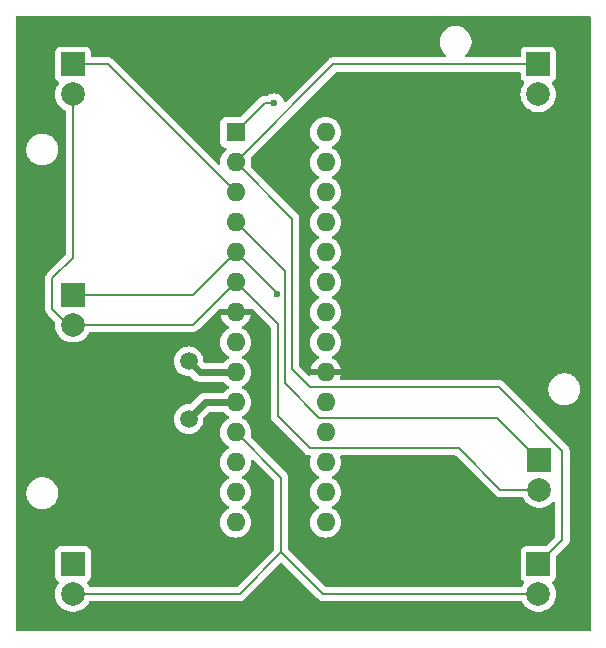
<source format=gbr>
%TF.GenerationSoftware,KiCad,Pcbnew,8.0.7*%
%TF.CreationDate,2024-12-23T09:54:04+01:00*%
%TF.ProjectId,circuit,63697263-7569-4742-9e6b-696361645f70,rev?*%
%TF.SameCoordinates,Original*%
%TF.FileFunction,Copper,L2,Bot*%
%TF.FilePolarity,Positive*%
%FSLAX46Y46*%
G04 Gerber Fmt 4.6, Leading zero omitted, Abs format (unit mm)*
G04 Created by KiCad (PCBNEW 8.0.7) date 2024-12-23 09:54:04*
%MOMM*%
%LPD*%
G01*
G04 APERTURE LIST*
%TA.AperFunction,ComponentPad*%
%ADD10R,2.000000X2.000000*%
%TD*%
%TA.AperFunction,ComponentPad*%
%ADD11C,2.000000*%
%TD*%
%TA.AperFunction,ComponentPad*%
%ADD12R,1.600000X1.600000*%
%TD*%
%TA.AperFunction,ComponentPad*%
%ADD13O,1.600000X1.600000*%
%TD*%
%TA.AperFunction,ComponentPad*%
%ADD14C,1.500000*%
%TD*%
%TA.AperFunction,ViaPad*%
%ADD15C,0.600000*%
%TD*%
%TA.AperFunction,Conductor*%
%ADD16C,0.600000*%
%TD*%
%TA.AperFunction,Conductor*%
%ADD17C,0.200000*%
%TD*%
G04 APERTURE END LIST*
D10*
%TO.P,J1.1.3,1,Pin_1*%
%TO.N,/L1*%
X254750000Y-89300000D03*
D11*
%TO.P,J1.1.3,2,Pin_2*%
%TO.N,/R2*%
X254750000Y-91840000D03*
%TD*%
D10*
%TO.P,J1.1.1,1,Pin_1*%
%TO.N,/L1*%
X254750000Y-47000000D03*
D11*
%TO.P,J1.1.1,2,Pin_2*%
%TO.N,/R1*%
X254750000Y-49540000D03*
%TD*%
D10*
%TO.P,J1.1.2,1,Pin_1*%
%TO.N,/L2*%
X215350000Y-47000000D03*
D11*
%TO.P,J1.1.2,2,Pin_2*%
%TO.N,/R1*%
X215350000Y-49540000D03*
%TD*%
D10*
%TO.P,J1.2.2,1,Pin_1*%
%TO.N,/L4*%
X215350000Y-66500000D03*
D11*
%TO.P,J1.2.2,2,Pin_2*%
%TO.N,/R1*%
X215350000Y-69040000D03*
%TD*%
D12*
%TO.P,U1,1,~{RESET}/PC6*%
%TO.N,/RESET*%
X229130000Y-52740000D03*
D13*
%TO.P,U1,2,PD0*%
%TO.N,/L1*%
X229130000Y-55280000D03*
%TO.P,U1,3,PD1*%
%TO.N,/L2*%
X229130000Y-57820000D03*
%TO.P,U1,4,PD2*%
%TO.N,/L3*%
X229130000Y-60360000D03*
%TO.P,U1,5,PD3*%
%TO.N,/L4*%
X229130000Y-62900000D03*
%TO.P,U1,6,PD4*%
%TO.N,/R1*%
X229130000Y-65440000D03*
%TO.P,U1,7,VCC*%
%TO.N,+5V*%
X229130000Y-67980000D03*
%TO.P,U1,8,GND*%
%TO.N,GND*%
X229130000Y-70520000D03*
%TO.P,U1,9,XTAL1/PB6*%
%TO.N,/XTAL1*%
X229130000Y-73060000D03*
%TO.P,U1,10,XTAL2/PB7*%
%TO.N,/XTAL2*%
X229130000Y-75600000D03*
%TO.P,U1,11,PD5*%
%TO.N,/R2*%
X229130000Y-78140000D03*
%TO.P,U1,12,PD6*%
%TO.N,/R3*%
X229130000Y-80680000D03*
%TO.P,U1,13,PD7*%
%TO.N,/R4*%
X229130000Y-83220000D03*
%TO.P,U1,14,PB0*%
%TO.N,unconnected-(U1-PB0-Pad14)*%
X229130000Y-85760000D03*
%TO.P,U1,15,PB1*%
%TO.N,unconnected-(U1-PB1-Pad15)*%
X236750000Y-85760000D03*
%TO.P,U1,16,PB2*%
%TO.N,unconnected-(U1-PB2-Pad16)*%
X236750000Y-83220000D03*
%TO.P,U1,17,PB3*%
%TO.N,/MOSI*%
X236750000Y-80680000D03*
%TO.P,U1,18,PB4*%
%TO.N,/MISO*%
X236750000Y-78140000D03*
%TO.P,U1,19,PB5*%
%TO.N,/SCK*%
X236750000Y-75600000D03*
%TO.P,U1,20,AVCC*%
%TO.N,+5V*%
X236750000Y-73060000D03*
%TO.P,U1,21,AREF*%
%TO.N,unconnected-(U1-AREF-Pad21)*%
X236750000Y-70520000D03*
%TO.P,U1,22,GND*%
%TO.N,GND*%
X236750000Y-67980000D03*
%TO.P,U1,23,PC0*%
%TO.N,unconnected-(U1-PC0-Pad23)*%
X236750000Y-65440000D03*
%TO.P,U1,24,PC1*%
%TO.N,unconnected-(U1-PC1-Pad24)*%
X236750000Y-62900000D03*
%TO.P,U1,25,PC2*%
%TO.N,unconnected-(U1-PC2-Pad25)*%
X236750000Y-60360000D03*
%TO.P,U1,26,PC3*%
%TO.N,unconnected-(U1-PC3-Pad26)*%
X236750000Y-57820000D03*
%TO.P,U1,27,PC4*%
%TO.N,/SDA*%
X236750000Y-55280000D03*
%TO.P,U1,28,PC5*%
%TO.N,/SCL*%
X236750000Y-52740000D03*
%TD*%
D14*
%TO.P,Y1,1,1*%
%TO.N,/XTAL1*%
X225150000Y-72125000D03*
%TO.P,Y1,2,2*%
%TO.N,/XTAL2*%
X225150000Y-77025000D03*
%TD*%
D10*
%TO.P,J1.2.1,1,Pin_1*%
%TO.N,/L3*%
X254850000Y-80500000D03*
D11*
%TO.P,J1.2.1,2,Pin_2*%
%TO.N,/R1*%
X254850000Y-83040000D03*
%TD*%
D10*
%TO.P,J1.1.4,1,Pin_1*%
%TO.N,/L2*%
X215350000Y-89300000D03*
D11*
%TO.P,J1.1.4,2,Pin_2*%
%TO.N,/R2*%
X215350000Y-91840000D03*
%TD*%
D15*
%TO.N,+5V*%
X240920000Y-60900000D03*
X241300000Y-85400000D03*
%TO.N,/RESET*%
X232400000Y-50250000D03*
%TO.N,/L4*%
X232600000Y-66400000D03*
%TD*%
D16*
%TO.N,/XTAL1*%
X226085000Y-73060000D02*
X225150000Y-72125000D01*
X229130000Y-73060000D02*
X226085000Y-73060000D01*
%TO.N,/XTAL2*%
X229130000Y-75600000D02*
X226575000Y-75600000D01*
X226575000Y-75600000D02*
X225150000Y-77025000D01*
D17*
%TO.N,/RESET*%
X232400000Y-50250000D02*
X231620000Y-50250000D01*
X231620000Y-50250000D02*
X229130000Y-52740000D01*
%TO.N,/L3*%
X236200000Y-76900000D02*
X251250000Y-76900000D01*
X229130000Y-60360000D02*
X233300000Y-64530000D01*
X251250000Y-76900000D02*
X254850000Y-80500000D01*
X233300000Y-64530000D02*
X233300000Y-74000000D01*
X233300000Y-74000000D02*
X236200000Y-76900000D01*
%TO.N,/L1*%
X254750000Y-47000000D02*
X237400000Y-47000000D01*
X233900000Y-60050000D02*
X229130000Y-55280000D01*
X235400000Y-74300000D02*
X233900000Y-72800000D01*
X256800000Y-87250000D02*
X256800000Y-79700000D01*
X254750000Y-89300000D02*
X256800000Y-87250000D01*
X251400000Y-74300000D02*
X235400000Y-74300000D01*
X237400000Y-47000000D02*
X229130000Y-55270000D01*
X229130000Y-55270000D02*
X229130000Y-55280000D01*
X256800000Y-79700000D02*
X251400000Y-74300000D01*
X233900000Y-72800000D02*
X233900000Y-60050000D01*
%TO.N,/L2*%
X218310000Y-47000000D02*
X229130000Y-57820000D01*
X215350000Y-47000000D02*
X218310000Y-47000000D01*
%TO.N,/R1*%
X232700000Y-76800000D02*
X232700000Y-69010000D01*
X254850000Y-83040000D02*
X251540000Y-83040000D01*
X248000000Y-79500000D02*
X235400000Y-79500000D01*
X251540000Y-83040000D02*
X248000000Y-79500000D01*
X232700000Y-69010000D02*
X229130000Y-65440000D01*
X214940000Y-69040000D02*
X215350000Y-69040000D01*
X213600000Y-67700000D02*
X214940000Y-69040000D01*
X215350000Y-63350000D02*
X213600000Y-65100000D01*
X213600000Y-65100000D02*
X213600000Y-67700000D01*
X225530000Y-69040000D02*
X229130000Y-65440000D01*
X235400000Y-79500000D02*
X232700000Y-76800000D01*
X215350000Y-69040000D02*
X225530000Y-69040000D01*
X215350000Y-49540000D02*
X215350000Y-63350000D01*
%TO.N,/R2*%
X254750000Y-91840000D02*
X236540000Y-91840000D01*
X215350000Y-91840000D02*
X229460000Y-91840000D01*
X229460000Y-91840000D02*
X233000000Y-88300000D01*
X236540000Y-91840000D02*
X233000000Y-88300000D01*
X233000000Y-88300000D02*
X233000000Y-82010000D01*
X233000000Y-82010000D02*
X229130000Y-78140000D01*
%TO.N,/L4*%
X232600000Y-66370000D02*
X229130000Y-62900000D01*
X215350000Y-66500000D02*
X225530000Y-66500000D01*
X225530000Y-66500000D02*
X229130000Y-62900000D01*
X232600000Y-66400000D02*
X232600000Y-66370000D01*
%TD*%
%TA.AperFunction,Conductor*%
%TO.N,+5V*%
G36*
X230579143Y-67738378D02*
G01*
X232063181Y-69222416D01*
X232096666Y-69283739D01*
X232099500Y-69310097D01*
X232099500Y-76713330D01*
X232099499Y-76713348D01*
X232099499Y-76879054D01*
X232099498Y-76879054D01*
X232140423Y-77031785D01*
X232169358Y-77081900D01*
X232169359Y-77081904D01*
X232169360Y-77081904D01*
X232219479Y-77168714D01*
X232219481Y-77168717D01*
X232338349Y-77287585D01*
X232338354Y-77287589D01*
X235031284Y-79980520D01*
X235031286Y-79980521D01*
X235031290Y-79980524D01*
X235112249Y-80027265D01*
X235168216Y-80059577D01*
X235320943Y-80100501D01*
X235320945Y-80100501D01*
X235397299Y-80100501D01*
X235464338Y-80120186D01*
X235510093Y-80172990D01*
X235520037Y-80242148D01*
X235517074Y-80256594D01*
X235464366Y-80453302D01*
X235464364Y-80453313D01*
X235444532Y-80679998D01*
X235444532Y-80680001D01*
X235464364Y-80906686D01*
X235464366Y-80906697D01*
X235523258Y-81126488D01*
X235523261Y-81126497D01*
X235619431Y-81332732D01*
X235619432Y-81332734D01*
X235749954Y-81519141D01*
X235910858Y-81680045D01*
X235910861Y-81680047D01*
X236097266Y-81810568D01*
X236155275Y-81837618D01*
X236207714Y-81883791D01*
X236226866Y-81950984D01*
X236206650Y-82017865D01*
X236155275Y-82062381D01*
X236138272Y-82070310D01*
X236097267Y-82089431D01*
X236097265Y-82089432D01*
X235910858Y-82219954D01*
X235749954Y-82380858D01*
X235619432Y-82567265D01*
X235619431Y-82567267D01*
X235523261Y-82773502D01*
X235523258Y-82773511D01*
X235464366Y-82993302D01*
X235464364Y-82993313D01*
X235444532Y-83219998D01*
X235444532Y-83220001D01*
X235464364Y-83446686D01*
X235464366Y-83446697D01*
X235523258Y-83666488D01*
X235523261Y-83666497D01*
X235619431Y-83872732D01*
X235619432Y-83872734D01*
X235749954Y-84059141D01*
X235910858Y-84220045D01*
X235910861Y-84220047D01*
X236097266Y-84350568D01*
X236155275Y-84377618D01*
X236207714Y-84423791D01*
X236226866Y-84490984D01*
X236206650Y-84557865D01*
X236155275Y-84602382D01*
X236097267Y-84629431D01*
X236097265Y-84629432D01*
X235910858Y-84759954D01*
X235749954Y-84920858D01*
X235619432Y-85107265D01*
X235619431Y-85107267D01*
X235523261Y-85313502D01*
X235523258Y-85313511D01*
X235464366Y-85533302D01*
X235464364Y-85533313D01*
X235444532Y-85759998D01*
X235444532Y-85760001D01*
X235464364Y-85986686D01*
X235464366Y-85986697D01*
X235523258Y-86206488D01*
X235523261Y-86206497D01*
X235619431Y-86412732D01*
X235619432Y-86412734D01*
X235749954Y-86599141D01*
X235910858Y-86760045D01*
X235910861Y-86760047D01*
X236097266Y-86890568D01*
X236303504Y-86986739D01*
X236523308Y-87045635D01*
X236685230Y-87059801D01*
X236749998Y-87065468D01*
X236750000Y-87065468D01*
X236750002Y-87065468D01*
X236806673Y-87060509D01*
X236976692Y-87045635D01*
X237196496Y-86986739D01*
X237402734Y-86890568D01*
X237589139Y-86760047D01*
X237750047Y-86599139D01*
X237880568Y-86412734D01*
X237976739Y-86206496D01*
X238035635Y-85986692D01*
X238055468Y-85760000D01*
X238035635Y-85533308D01*
X237976739Y-85313504D01*
X237880568Y-85107266D01*
X237750047Y-84920861D01*
X237750045Y-84920858D01*
X237589141Y-84759954D01*
X237402734Y-84629432D01*
X237402728Y-84629429D01*
X237344725Y-84602382D01*
X237292285Y-84556210D01*
X237273133Y-84489017D01*
X237293348Y-84422135D01*
X237344725Y-84377618D01*
X237402734Y-84350568D01*
X237589139Y-84220047D01*
X237750047Y-84059139D01*
X237880568Y-83872734D01*
X237976739Y-83666496D01*
X238035635Y-83446692D01*
X238055468Y-83220000D01*
X238035635Y-82993308D01*
X237976739Y-82773504D01*
X237880568Y-82567266D01*
X237776609Y-82418796D01*
X237750045Y-82380858D01*
X237589141Y-82219954D01*
X237402734Y-82089432D01*
X237402728Y-82089429D01*
X237375038Y-82076517D01*
X237344724Y-82062381D01*
X237292285Y-82016210D01*
X237273133Y-81949017D01*
X237293348Y-81882135D01*
X237344725Y-81837618D01*
X237402734Y-81810568D01*
X237589139Y-81680047D01*
X237750047Y-81519139D01*
X237880568Y-81332734D01*
X237976739Y-81126496D01*
X238035635Y-80906692D01*
X238055468Y-80680000D01*
X238035635Y-80453308D01*
X237982926Y-80256593D01*
X237984589Y-80186743D01*
X238023752Y-80128881D01*
X238087980Y-80101377D01*
X238102701Y-80100500D01*
X247699903Y-80100500D01*
X247766942Y-80120185D01*
X247787584Y-80136819D01*
X251055139Y-83404374D01*
X251055149Y-83404385D01*
X251059479Y-83408715D01*
X251059480Y-83408716D01*
X251171284Y-83520520D01*
X251258095Y-83570639D01*
X251258097Y-83570641D01*
X251296151Y-83592611D01*
X251308215Y-83599577D01*
X251460943Y-83640501D01*
X251460946Y-83640501D01*
X251626653Y-83640501D01*
X251626669Y-83640500D01*
X253393884Y-83640500D01*
X253460923Y-83660185D01*
X253506678Y-83712989D01*
X253507440Y-83714689D01*
X253525827Y-83756608D01*
X253661833Y-83964782D01*
X253661836Y-83964785D01*
X253830256Y-84147738D01*
X254026491Y-84300474D01*
X254245190Y-84418828D01*
X254480386Y-84499571D01*
X254725665Y-84540500D01*
X254974335Y-84540500D01*
X255219614Y-84499571D01*
X255454810Y-84418828D01*
X255673509Y-84300474D01*
X255869744Y-84147738D01*
X255984271Y-84023328D01*
X256044157Y-83987339D01*
X256113995Y-83989439D01*
X256171611Y-84028963D01*
X256198713Y-84093362D01*
X256199500Y-84107312D01*
X256199500Y-86949902D01*
X256179815Y-87016941D01*
X256163181Y-87037583D01*
X255437582Y-87763181D01*
X255376259Y-87796666D01*
X255349901Y-87799500D01*
X253702129Y-87799500D01*
X253702123Y-87799501D01*
X253642516Y-87805908D01*
X253507671Y-87856202D01*
X253507664Y-87856206D01*
X253392455Y-87942452D01*
X253392452Y-87942455D01*
X253306206Y-88057664D01*
X253306202Y-88057671D01*
X253255908Y-88192517D01*
X253249501Y-88252116D01*
X253249501Y-88252123D01*
X253249500Y-88252135D01*
X253249500Y-90347870D01*
X253249501Y-90347876D01*
X253255908Y-90407483D01*
X253306202Y-90542328D01*
X253306206Y-90542335D01*
X253392452Y-90657544D01*
X253392455Y-90657547D01*
X253507664Y-90743793D01*
X253512361Y-90746358D01*
X253561766Y-90795764D01*
X253576617Y-90864037D01*
X253556742Y-90923011D01*
X253425827Y-91123391D01*
X253407440Y-91165311D01*
X253362483Y-91218796D01*
X253295747Y-91239486D01*
X253293884Y-91239500D01*
X236840097Y-91239500D01*
X236773058Y-91219815D01*
X236752416Y-91203181D01*
X233636819Y-88087584D01*
X233603334Y-88026261D01*
X233600500Y-87999903D01*
X233600500Y-81930945D01*
X233600500Y-81930943D01*
X233559577Y-81778216D01*
X233502900Y-81680047D01*
X233480524Y-81641290D01*
X233480521Y-81641286D01*
X233480520Y-81641284D01*
X233368716Y-81529480D01*
X233368715Y-81529479D01*
X233364385Y-81525149D01*
X233364374Y-81525139D01*
X230421941Y-78582706D01*
X230388456Y-78521383D01*
X230389847Y-78462931D01*
X230407872Y-78395662D01*
X230415635Y-78366692D01*
X230435468Y-78140000D01*
X230415635Y-77913308D01*
X230356739Y-77693504D01*
X230260568Y-77487266D01*
X230130047Y-77300861D01*
X230130045Y-77300858D01*
X229969141Y-77139954D01*
X229782734Y-77009432D01*
X229782728Y-77009429D01*
X229724725Y-76982382D01*
X229672285Y-76936210D01*
X229653133Y-76869017D01*
X229673348Y-76802135D01*
X229724725Y-76757618D01*
X229782734Y-76730568D01*
X229969139Y-76600047D01*
X230130047Y-76439139D01*
X230260568Y-76252734D01*
X230356739Y-76046496D01*
X230415635Y-75826692D01*
X230435468Y-75600000D01*
X230415635Y-75373308D01*
X230356739Y-75153504D01*
X230260568Y-74947266D01*
X230143812Y-74780520D01*
X230130045Y-74760858D01*
X229969141Y-74599954D01*
X229782734Y-74469432D01*
X229782728Y-74469429D01*
X229724725Y-74442382D01*
X229672285Y-74396210D01*
X229653133Y-74329017D01*
X229673348Y-74262135D01*
X229724725Y-74217618D01*
X229782734Y-74190568D01*
X229969139Y-74060047D01*
X230130047Y-73899139D01*
X230260568Y-73712734D01*
X230356739Y-73506496D01*
X230415635Y-73286692D01*
X230435468Y-73060000D01*
X230415635Y-72833308D01*
X230356739Y-72613504D01*
X230260568Y-72407266D01*
X230142249Y-72238287D01*
X230130045Y-72220858D01*
X229969141Y-72059954D01*
X229782734Y-71929432D01*
X229782728Y-71929429D01*
X229734678Y-71907023D01*
X229724724Y-71902381D01*
X229672285Y-71856210D01*
X229653133Y-71789017D01*
X229673348Y-71722135D01*
X229724725Y-71677618D01*
X229782734Y-71650568D01*
X229969139Y-71520047D01*
X230130047Y-71359139D01*
X230260568Y-71172734D01*
X230356739Y-70966496D01*
X230415635Y-70746692D01*
X230432634Y-70552384D01*
X230435468Y-70520001D01*
X230435468Y-70519998D01*
X230426617Y-70418830D01*
X230415635Y-70293308D01*
X230356739Y-70073504D01*
X230260568Y-69867266D01*
X230130047Y-69680861D01*
X230130045Y-69680858D01*
X229969141Y-69519954D01*
X229782734Y-69389432D01*
X229782732Y-69389431D01*
X229724725Y-69362382D01*
X229724132Y-69362105D01*
X229671694Y-69315934D01*
X229652542Y-69248740D01*
X229672758Y-69181859D01*
X229724134Y-69137341D01*
X229782484Y-69110132D01*
X229968820Y-68979657D01*
X230129657Y-68818820D01*
X230260134Y-68632482D01*
X230356265Y-68426326D01*
X230356269Y-68426317D01*
X230408872Y-68230000D01*
X229445686Y-68230000D01*
X229450080Y-68225606D01*
X229502741Y-68134394D01*
X229530000Y-68032661D01*
X229530000Y-67927339D01*
X229502741Y-67825606D01*
X229450080Y-67734394D01*
X229445686Y-67730000D01*
X230421260Y-67730000D01*
X230449514Y-67709370D01*
X230519260Y-67705215D01*
X230579143Y-67738378D01*
G37*
%TD.AperFunction*%
%TA.AperFunction,Conductor*%
G36*
X259142539Y-42920185D02*
G01*
X259188294Y-42972989D01*
X259199500Y-43024500D01*
X259199500Y-94875500D01*
X259179815Y-94942539D01*
X259127011Y-94988294D01*
X259075500Y-94999500D01*
X210624500Y-94999500D01*
X210557461Y-94979815D01*
X210511706Y-94927011D01*
X210500500Y-94875500D01*
X210500500Y-83193713D01*
X211399500Y-83193713D01*
X211399500Y-83406287D01*
X211432754Y-83616243D01*
X211478361Y-83756607D01*
X211498444Y-83818414D01*
X211594951Y-84007820D01*
X211719890Y-84179786D01*
X211870213Y-84330109D01*
X212042179Y-84455048D01*
X212042181Y-84455049D01*
X212042184Y-84455051D01*
X212231588Y-84551557D01*
X212433757Y-84617246D01*
X212643713Y-84650500D01*
X212643714Y-84650500D01*
X212856286Y-84650500D01*
X212856287Y-84650500D01*
X213066243Y-84617246D01*
X213268412Y-84551557D01*
X213457816Y-84455051D01*
X213507673Y-84418828D01*
X213629786Y-84330109D01*
X213629788Y-84330106D01*
X213629792Y-84330104D01*
X213780104Y-84179792D01*
X213780106Y-84179788D01*
X213780109Y-84179786D01*
X213905048Y-84007820D01*
X213905047Y-84007820D01*
X213905051Y-84007816D01*
X214001557Y-83818412D01*
X214067246Y-83616243D01*
X214100500Y-83406287D01*
X214100500Y-83193713D01*
X214067246Y-82983757D01*
X214001557Y-82781588D01*
X213905051Y-82592184D01*
X213905049Y-82592181D01*
X213905048Y-82592179D01*
X213780109Y-82420213D01*
X213629786Y-82269890D01*
X213457820Y-82144951D01*
X213268414Y-82048444D01*
X213268413Y-82048443D01*
X213268412Y-82048443D01*
X213066243Y-81982754D01*
X213066241Y-81982753D01*
X213066240Y-81982753D01*
X212904957Y-81957208D01*
X212856287Y-81949500D01*
X212643713Y-81949500D01*
X212595042Y-81957208D01*
X212433760Y-81982753D01*
X212231585Y-82048444D01*
X212042179Y-82144951D01*
X211870213Y-82269890D01*
X211719890Y-82420213D01*
X211594951Y-82592179D01*
X211498444Y-82781585D01*
X211432753Y-82983760D01*
X211431242Y-82993302D01*
X211399500Y-83193713D01*
X210500500Y-83193713D01*
X210500500Y-67779054D01*
X212999498Y-67779054D01*
X212999499Y-67779057D01*
X213040423Y-67931785D01*
X213047354Y-67943790D01*
X213047356Y-67943797D01*
X213047358Y-67943797D01*
X213119475Y-68068709D01*
X213119481Y-68068717D01*
X213238349Y-68187585D01*
X213238355Y-68187590D01*
X213822570Y-68771805D01*
X213856055Y-68833128D01*
X213858466Y-68869725D01*
X213844357Y-69040005D01*
X213864890Y-69287812D01*
X213864892Y-69287824D01*
X213925936Y-69528881D01*
X214025826Y-69756606D01*
X214161833Y-69964782D01*
X214161836Y-69964785D01*
X214330256Y-70147738D01*
X214526491Y-70300474D01*
X214745190Y-70418828D01*
X214980386Y-70499571D01*
X215225665Y-70540500D01*
X215474335Y-70540500D01*
X215719614Y-70499571D01*
X215954810Y-70418828D01*
X216173509Y-70300474D01*
X216369744Y-70147738D01*
X216538164Y-69964785D01*
X216674173Y-69756607D01*
X216692560Y-69714689D01*
X216737517Y-69661204D01*
X216804253Y-69640514D01*
X216806116Y-69640500D01*
X225443331Y-69640500D01*
X225443347Y-69640501D01*
X225450943Y-69640501D01*
X225609054Y-69640501D01*
X225609057Y-69640501D01*
X225761785Y-69599577D01*
X225813748Y-69569576D01*
X225813749Y-69569576D01*
X225898709Y-69520524D01*
X225898708Y-69520524D01*
X225898716Y-69520520D01*
X226010520Y-69408716D01*
X226010520Y-69408714D01*
X226020724Y-69398511D01*
X226020728Y-69398506D01*
X227680860Y-67738373D01*
X227742179Y-67704891D01*
X227811871Y-67709875D01*
X227839090Y-67730000D01*
X228814314Y-67730000D01*
X228809920Y-67734394D01*
X228757259Y-67825606D01*
X228730000Y-67927339D01*
X228730000Y-68032661D01*
X228757259Y-68134394D01*
X228809920Y-68225606D01*
X228814314Y-68230000D01*
X227851128Y-68230000D01*
X227903730Y-68426317D01*
X227903734Y-68426326D01*
X227999865Y-68632482D01*
X228130342Y-68818820D01*
X228291179Y-68979657D01*
X228477518Y-69110134D01*
X228477520Y-69110135D01*
X228535865Y-69137342D01*
X228588305Y-69183514D01*
X228607457Y-69250707D01*
X228587242Y-69317589D01*
X228535867Y-69362105D01*
X228477268Y-69389431D01*
X228477264Y-69389433D01*
X228290858Y-69519954D01*
X228129954Y-69680858D01*
X227999432Y-69867265D01*
X227999431Y-69867267D01*
X227903261Y-70073502D01*
X227903258Y-70073511D01*
X227844366Y-70293302D01*
X227844364Y-70293313D01*
X227824532Y-70519998D01*
X227824532Y-70520001D01*
X227844364Y-70746686D01*
X227844366Y-70746697D01*
X227903258Y-70966488D01*
X227903261Y-70966497D01*
X227999431Y-71172732D01*
X227999432Y-71172734D01*
X228129954Y-71359141D01*
X228290858Y-71520045D01*
X228290861Y-71520047D01*
X228477266Y-71650568D01*
X228535275Y-71677618D01*
X228587714Y-71723791D01*
X228606866Y-71790984D01*
X228586650Y-71857865D01*
X228535275Y-71902381D01*
X228525322Y-71907023D01*
X228477267Y-71929431D01*
X228477265Y-71929432D01*
X228290858Y-72059954D01*
X228127632Y-72223181D01*
X228066309Y-72256666D01*
X228039951Y-72259500D01*
X226528832Y-72259500D01*
X226461793Y-72239815D01*
X226416038Y-72187011D01*
X226406290Y-72130415D01*
X226405277Y-72130415D01*
X226405277Y-72124997D01*
X226399586Y-72059953D01*
X226386207Y-71907023D01*
X226343259Y-71746739D01*
X226329577Y-71695677D01*
X226329576Y-71695676D01*
X226329575Y-71695670D01*
X226237102Y-71497362D01*
X226237100Y-71497359D01*
X226237099Y-71497357D01*
X226111599Y-71318124D01*
X226111596Y-71318121D01*
X225956877Y-71163402D01*
X225777639Y-71037898D01*
X225777640Y-71037898D01*
X225777638Y-71037897D01*
X225678484Y-70991661D01*
X225579330Y-70945425D01*
X225579326Y-70945424D01*
X225579322Y-70945422D01*
X225367977Y-70888793D01*
X225150002Y-70869723D01*
X225149998Y-70869723D01*
X225004682Y-70882436D01*
X224932023Y-70888793D01*
X224932020Y-70888793D01*
X224720677Y-70945422D01*
X224720668Y-70945426D01*
X224522361Y-71037898D01*
X224522357Y-71037900D01*
X224343121Y-71163402D01*
X224188402Y-71318121D01*
X224062900Y-71497357D01*
X224062898Y-71497361D01*
X223970426Y-71695668D01*
X223970422Y-71695677D01*
X223913793Y-71907020D01*
X223913793Y-71907023D01*
X223909025Y-71961517D01*
X223894723Y-72124997D01*
X223894723Y-72125002D01*
X223913793Y-72342975D01*
X223913793Y-72342979D01*
X223970422Y-72554322D01*
X223970424Y-72554326D01*
X223970425Y-72554330D01*
X224016661Y-72653484D01*
X224062897Y-72752638D01*
X224062898Y-72752639D01*
X224188402Y-72931877D01*
X224343123Y-73086598D01*
X224522361Y-73212102D01*
X224720670Y-73304575D01*
X224720676Y-73304576D01*
X224720677Y-73304577D01*
X224740916Y-73310000D01*
X224932023Y-73361207D01*
X225114926Y-73377208D01*
X225149998Y-73380277D01*
X225149999Y-73380277D01*
X225149999Y-73380276D01*
X225150000Y-73380277D01*
X225205685Y-73375404D01*
X225274182Y-73389169D01*
X225304173Y-73411251D01*
X225574707Y-73681786D01*
X225574711Y-73681789D01*
X225705814Y-73769390D01*
X225705818Y-73769392D01*
X225705821Y-73769394D01*
X225851503Y-73829738D01*
X226006153Y-73860499D01*
X226006157Y-73860500D01*
X226006158Y-73860500D01*
X228039951Y-73860500D01*
X228106990Y-73880185D01*
X228127632Y-73896819D01*
X228290858Y-74060045D01*
X228290861Y-74060047D01*
X228477266Y-74190568D01*
X228535275Y-74217618D01*
X228587714Y-74263791D01*
X228606866Y-74330984D01*
X228586650Y-74397865D01*
X228535275Y-74442382D01*
X228477267Y-74469431D01*
X228477265Y-74469432D01*
X228290858Y-74599954D01*
X228127632Y-74763181D01*
X228066309Y-74796666D01*
X228039951Y-74799500D01*
X226496155Y-74799500D01*
X226341508Y-74830261D01*
X226341498Y-74830264D01*
X226195827Y-74890602D01*
X226195814Y-74890609D01*
X226064712Y-74978209D01*
X226035095Y-75007827D01*
X225953211Y-75089711D01*
X225953209Y-75089713D01*
X225304174Y-75738747D01*
X225242851Y-75772232D01*
X225205687Y-75774594D01*
X225150004Y-75769723D01*
X225149998Y-75769723D01*
X225004682Y-75782436D01*
X224932023Y-75788793D01*
X224932020Y-75788793D01*
X224720677Y-75845422D01*
X224720668Y-75845426D01*
X224522361Y-75937898D01*
X224522357Y-75937900D01*
X224343121Y-76063402D01*
X224188402Y-76218121D01*
X224062900Y-76397357D01*
X224062898Y-76397361D01*
X223970426Y-76595668D01*
X223970422Y-76595677D01*
X223913793Y-76807020D01*
X223913793Y-76807024D01*
X223894723Y-77024997D01*
X223894723Y-77025002D01*
X223913793Y-77242975D01*
X223913793Y-77242979D01*
X223970422Y-77454322D01*
X223970424Y-77454326D01*
X223970425Y-77454330D01*
X224001134Y-77520185D01*
X224062897Y-77652638D01*
X224062898Y-77652639D01*
X224188402Y-77831877D01*
X224343123Y-77986598D01*
X224522361Y-78112102D01*
X224720670Y-78204575D01*
X224932023Y-78261207D01*
X225114926Y-78277208D01*
X225149998Y-78280277D01*
X225150000Y-78280277D01*
X225150002Y-78280277D01*
X225178254Y-78277805D01*
X225367977Y-78261207D01*
X225579330Y-78204575D01*
X225777639Y-78112102D01*
X225956877Y-77986598D01*
X226111598Y-77831877D01*
X226237102Y-77652639D01*
X226329575Y-77454330D01*
X226386207Y-77242977D01*
X226402805Y-77053254D01*
X226405277Y-77025002D01*
X226403915Y-77009432D01*
X226400404Y-76969311D01*
X226414170Y-76900814D01*
X226436247Y-76870828D01*
X226870258Y-76436819D01*
X226931581Y-76403334D01*
X226957939Y-76400500D01*
X228039951Y-76400500D01*
X228106990Y-76420185D01*
X228127632Y-76436819D01*
X228290858Y-76600045D01*
X228290861Y-76600047D01*
X228477266Y-76730568D01*
X228535275Y-76757618D01*
X228587714Y-76803791D01*
X228606866Y-76870984D01*
X228586650Y-76937865D01*
X228535275Y-76982382D01*
X228477267Y-77009431D01*
X228477265Y-77009432D01*
X228290858Y-77139954D01*
X228129954Y-77300858D01*
X227999432Y-77487265D01*
X227999431Y-77487267D01*
X227903261Y-77693502D01*
X227903258Y-77693511D01*
X227844366Y-77913302D01*
X227844364Y-77913313D01*
X227824532Y-78139998D01*
X227824532Y-78140001D01*
X227844364Y-78366686D01*
X227844366Y-78366697D01*
X227903258Y-78586488D01*
X227903261Y-78586497D01*
X227999431Y-78792732D01*
X227999432Y-78792734D01*
X228129954Y-78979141D01*
X228290858Y-79140045D01*
X228290861Y-79140047D01*
X228477266Y-79270568D01*
X228535275Y-79297618D01*
X228587714Y-79343791D01*
X228606866Y-79410984D01*
X228586650Y-79477865D01*
X228535275Y-79522382D01*
X228477267Y-79549431D01*
X228477265Y-79549432D01*
X228290858Y-79679954D01*
X228129954Y-79840858D01*
X227999432Y-80027265D01*
X227999431Y-80027267D01*
X227903261Y-80233502D01*
X227903258Y-80233511D01*
X227844366Y-80453302D01*
X227844364Y-80453313D01*
X227824532Y-80679998D01*
X227824532Y-80680001D01*
X227844364Y-80906686D01*
X227844366Y-80906697D01*
X227903258Y-81126488D01*
X227903261Y-81126497D01*
X227999431Y-81332732D01*
X227999432Y-81332734D01*
X228129954Y-81519141D01*
X228290858Y-81680045D01*
X228290861Y-81680047D01*
X228477266Y-81810568D01*
X228535275Y-81837618D01*
X228587714Y-81883791D01*
X228606866Y-81950984D01*
X228586650Y-82017865D01*
X228535275Y-82062381D01*
X228518272Y-82070310D01*
X228477267Y-82089431D01*
X228477265Y-82089432D01*
X228290858Y-82219954D01*
X228129954Y-82380858D01*
X227999432Y-82567265D01*
X227999431Y-82567267D01*
X227903261Y-82773502D01*
X227903258Y-82773511D01*
X227844366Y-82993302D01*
X227844364Y-82993313D01*
X227824532Y-83219998D01*
X227824532Y-83220001D01*
X227844364Y-83446686D01*
X227844366Y-83446697D01*
X227903258Y-83666488D01*
X227903261Y-83666497D01*
X227999431Y-83872732D01*
X227999432Y-83872734D01*
X228129954Y-84059141D01*
X228290858Y-84220045D01*
X228290861Y-84220047D01*
X228477266Y-84350568D01*
X228535275Y-84377618D01*
X228587714Y-84423791D01*
X228606866Y-84490984D01*
X228586650Y-84557865D01*
X228535275Y-84602382D01*
X228477267Y-84629431D01*
X228477265Y-84629432D01*
X228290858Y-84759954D01*
X228129954Y-84920858D01*
X227999432Y-85107265D01*
X227999431Y-85107267D01*
X227903261Y-85313502D01*
X227903258Y-85313511D01*
X227844366Y-85533302D01*
X227844364Y-85533313D01*
X227824532Y-85759998D01*
X227824532Y-85760001D01*
X227844364Y-85986686D01*
X227844366Y-85986697D01*
X227903258Y-86206488D01*
X227903261Y-86206497D01*
X227999431Y-86412732D01*
X227999432Y-86412734D01*
X228129954Y-86599141D01*
X228290858Y-86760045D01*
X228290861Y-86760047D01*
X228477266Y-86890568D01*
X228683504Y-86986739D01*
X228903308Y-87045635D01*
X229065230Y-87059801D01*
X229129998Y-87065468D01*
X229130000Y-87065468D01*
X229130002Y-87065468D01*
X229186673Y-87060509D01*
X229356692Y-87045635D01*
X229576496Y-86986739D01*
X229782734Y-86890568D01*
X229969139Y-86760047D01*
X230130047Y-86599139D01*
X230260568Y-86412734D01*
X230356739Y-86206496D01*
X230415635Y-85986692D01*
X230435468Y-85760000D01*
X230415635Y-85533308D01*
X230356739Y-85313504D01*
X230260568Y-85107266D01*
X230130047Y-84920861D01*
X230130045Y-84920858D01*
X229969141Y-84759954D01*
X229782734Y-84629432D01*
X229782728Y-84629429D01*
X229724725Y-84602382D01*
X229672285Y-84556210D01*
X229653133Y-84489017D01*
X229673348Y-84422135D01*
X229724725Y-84377618D01*
X229782734Y-84350568D01*
X229969139Y-84220047D01*
X230130047Y-84059139D01*
X230260568Y-83872734D01*
X230356739Y-83666496D01*
X230415635Y-83446692D01*
X230435468Y-83220000D01*
X230415635Y-82993308D01*
X230356739Y-82773504D01*
X230260568Y-82567266D01*
X230156609Y-82418796D01*
X230130045Y-82380858D01*
X229969141Y-82219954D01*
X229782734Y-82089432D01*
X229782728Y-82089429D01*
X229755038Y-82076517D01*
X229724724Y-82062381D01*
X229672285Y-82016210D01*
X229653133Y-81949017D01*
X229673348Y-81882135D01*
X229724725Y-81837618D01*
X229782734Y-81810568D01*
X229969139Y-81680047D01*
X230130047Y-81519139D01*
X230260568Y-81332734D01*
X230356739Y-81126496D01*
X230415635Y-80906692D01*
X230435468Y-80680000D01*
X230428219Y-80597149D01*
X230441985Y-80528652D01*
X230490600Y-80478469D01*
X230558628Y-80462535D01*
X230624472Y-80485910D01*
X230639428Y-80498663D01*
X232363181Y-82222416D01*
X232396666Y-82283739D01*
X232399500Y-82310097D01*
X232399500Y-87999903D01*
X232379815Y-88066942D01*
X232363181Y-88087584D01*
X229247584Y-91203181D01*
X229186261Y-91236666D01*
X229159903Y-91239500D01*
X216806116Y-91239500D01*
X216739077Y-91219815D01*
X216693322Y-91167011D01*
X216692560Y-91165311D01*
X216674173Y-91123394D01*
X216674173Y-91123393D01*
X216543256Y-90923009D01*
X216523070Y-90856122D01*
X216542250Y-90788936D01*
X216587642Y-90746356D01*
X216592323Y-90743798D01*
X216592331Y-90743796D01*
X216707546Y-90657546D01*
X216793796Y-90542331D01*
X216844091Y-90407483D01*
X216850500Y-90347873D01*
X216850499Y-88252128D01*
X216844091Y-88192517D01*
X216793796Y-88057669D01*
X216793795Y-88057668D01*
X216793793Y-88057664D01*
X216707547Y-87942455D01*
X216707544Y-87942452D01*
X216592335Y-87856206D01*
X216592328Y-87856202D01*
X216457482Y-87805908D01*
X216457483Y-87805908D01*
X216397883Y-87799501D01*
X216397881Y-87799500D01*
X216397873Y-87799500D01*
X216397864Y-87799500D01*
X214302129Y-87799500D01*
X214302123Y-87799501D01*
X214242516Y-87805908D01*
X214107671Y-87856202D01*
X214107664Y-87856206D01*
X213992455Y-87942452D01*
X213992452Y-87942455D01*
X213906206Y-88057664D01*
X213906202Y-88057671D01*
X213855908Y-88192517D01*
X213849501Y-88252116D01*
X213849501Y-88252123D01*
X213849500Y-88252135D01*
X213849500Y-90347870D01*
X213849501Y-90347876D01*
X213855908Y-90407483D01*
X213906202Y-90542328D01*
X213906206Y-90542335D01*
X213992452Y-90657544D01*
X213992455Y-90657547D01*
X214107664Y-90743793D01*
X214112361Y-90746358D01*
X214161766Y-90795764D01*
X214176617Y-90864037D01*
X214156742Y-90923011D01*
X214025826Y-91123393D01*
X213925936Y-91351118D01*
X213864892Y-91592175D01*
X213864890Y-91592187D01*
X213844357Y-91839994D01*
X213844357Y-91840005D01*
X213864890Y-92087812D01*
X213864892Y-92087824D01*
X213925936Y-92328881D01*
X214025826Y-92556606D01*
X214161833Y-92764782D01*
X214161836Y-92764785D01*
X214330256Y-92947738D01*
X214526491Y-93100474D01*
X214745190Y-93218828D01*
X214980386Y-93299571D01*
X215225665Y-93340500D01*
X215474335Y-93340500D01*
X215719614Y-93299571D01*
X215954810Y-93218828D01*
X216173509Y-93100474D01*
X216369744Y-92947738D01*
X216538164Y-92764785D01*
X216674173Y-92556607D01*
X216692560Y-92514689D01*
X216737517Y-92461204D01*
X216804253Y-92440514D01*
X216806116Y-92440500D01*
X229373331Y-92440500D01*
X229373347Y-92440501D01*
X229380943Y-92440501D01*
X229539054Y-92440501D01*
X229539057Y-92440501D01*
X229691785Y-92399577D01*
X229741904Y-92370639D01*
X229828716Y-92320520D01*
X229940520Y-92208716D01*
X229940520Y-92208714D01*
X229950728Y-92198507D01*
X229950729Y-92198504D01*
X232912322Y-89236912D01*
X232973641Y-89203430D01*
X233043333Y-89208414D01*
X233087680Y-89236915D01*
X236055139Y-92204374D01*
X236055149Y-92204385D01*
X236059479Y-92208715D01*
X236059480Y-92208716D01*
X236171284Y-92320520D01*
X236258095Y-92370639D01*
X236258097Y-92370641D01*
X236296151Y-92392611D01*
X236308215Y-92399577D01*
X236460943Y-92440501D01*
X236460946Y-92440501D01*
X236626653Y-92440501D01*
X236626669Y-92440500D01*
X253293884Y-92440500D01*
X253360923Y-92460185D01*
X253406678Y-92512989D01*
X253407440Y-92514689D01*
X253425827Y-92556608D01*
X253561833Y-92764782D01*
X253561836Y-92764785D01*
X253730256Y-92947738D01*
X253926491Y-93100474D01*
X254145190Y-93218828D01*
X254380386Y-93299571D01*
X254625665Y-93340500D01*
X254874335Y-93340500D01*
X255119614Y-93299571D01*
X255354810Y-93218828D01*
X255573509Y-93100474D01*
X255769744Y-92947738D01*
X255938164Y-92764785D01*
X256074173Y-92556607D01*
X256174063Y-92328881D01*
X256235108Y-92087821D01*
X256255643Y-91840000D01*
X256235108Y-91592179D01*
X256174063Y-91351119D01*
X256074173Y-91123393D01*
X255943256Y-90923009D01*
X255923070Y-90856122D01*
X255942250Y-90788936D01*
X255987642Y-90746356D01*
X255992323Y-90743798D01*
X255992331Y-90743796D01*
X256107546Y-90657546D01*
X256193796Y-90542331D01*
X256244091Y-90407483D01*
X256250500Y-90347873D01*
X256250499Y-88700097D01*
X256270184Y-88633059D01*
X256286818Y-88612417D01*
X256706719Y-88192516D01*
X257280520Y-87618716D01*
X257359577Y-87481785D01*
X257400501Y-87329057D01*
X257400501Y-87170942D01*
X257400501Y-87163347D01*
X257400500Y-87163329D01*
X257400500Y-79620943D01*
X257400499Y-79620939D01*
X257383841Y-79558769D01*
X257374091Y-79522382D01*
X257359577Y-79468215D01*
X257316939Y-79394365D01*
X257309406Y-79381318D01*
X257280521Y-79331286D01*
X257280520Y-79331284D01*
X257168716Y-79219480D01*
X257168715Y-79219479D01*
X257164385Y-79215149D01*
X257164374Y-79215139D01*
X252342948Y-74393713D01*
X255599500Y-74393713D01*
X255599500Y-74606287D01*
X255632754Y-74816243D01*
X255685380Y-74978209D01*
X255698444Y-75018414D01*
X255794951Y-75207820D01*
X255919890Y-75379786D01*
X256070213Y-75530109D01*
X256242179Y-75655048D01*
X256242181Y-75655049D01*
X256242184Y-75655051D01*
X256431588Y-75751557D01*
X256633757Y-75817246D01*
X256843713Y-75850500D01*
X256843714Y-75850500D01*
X257056286Y-75850500D01*
X257056287Y-75850500D01*
X257266243Y-75817246D01*
X257468412Y-75751557D01*
X257657816Y-75655051D01*
X257679789Y-75639086D01*
X257829786Y-75530109D01*
X257829788Y-75530106D01*
X257829792Y-75530104D01*
X257980104Y-75379792D01*
X257980106Y-75379788D01*
X257980109Y-75379786D01*
X258105048Y-75207820D01*
X258105047Y-75207820D01*
X258105051Y-75207816D01*
X258201557Y-75018412D01*
X258267246Y-74816243D01*
X258300500Y-74606287D01*
X258300500Y-74393713D01*
X258267246Y-74183757D01*
X258201557Y-73981588D01*
X258105051Y-73792184D01*
X258105049Y-73792181D01*
X258105048Y-73792179D01*
X257980109Y-73620213D01*
X257829786Y-73469890D01*
X257657820Y-73344951D01*
X257468414Y-73248444D01*
X257468413Y-73248443D01*
X257468412Y-73248443D01*
X257266243Y-73182754D01*
X257266241Y-73182753D01*
X257266240Y-73182753D01*
X257104957Y-73157208D01*
X257056287Y-73149500D01*
X256843713Y-73149500D01*
X256795042Y-73157208D01*
X256633760Y-73182753D01*
X256431585Y-73248444D01*
X256242179Y-73344951D01*
X256070213Y-73469890D01*
X255919890Y-73620213D01*
X255794951Y-73792179D01*
X255698444Y-73981585D01*
X255632753Y-74183760D01*
X255616443Y-74286739D01*
X255599500Y-74393713D01*
X252342948Y-74393713D01*
X251887590Y-73938355D01*
X251887588Y-73938352D01*
X251768717Y-73819481D01*
X251768709Y-73819475D01*
X251679923Y-73768215D01*
X251679922Y-73768215D01*
X251631785Y-73740423D01*
X251479057Y-73699499D01*
X251320943Y-73699499D01*
X251313347Y-73699499D01*
X251313331Y-73699500D01*
X238080829Y-73699500D01*
X238013790Y-73679815D01*
X237968035Y-73627011D01*
X237958091Y-73557853D01*
X237968447Y-73523096D01*
X237976264Y-73506331D01*
X237976269Y-73506317D01*
X238028872Y-73310000D01*
X237065686Y-73310000D01*
X237070080Y-73305606D01*
X237122741Y-73214394D01*
X237150000Y-73112661D01*
X237150000Y-73007339D01*
X237122741Y-72905606D01*
X237070080Y-72814394D01*
X237065686Y-72810000D01*
X238028872Y-72810000D01*
X238028872Y-72809999D01*
X237976269Y-72613682D01*
X237976265Y-72613673D01*
X237880134Y-72407517D01*
X237749657Y-72221179D01*
X237588820Y-72060342D01*
X237402482Y-71929865D01*
X237344133Y-71902657D01*
X237291694Y-71856484D01*
X237272542Y-71789291D01*
X237292758Y-71722410D01*
X237344129Y-71677895D01*
X237402734Y-71650568D01*
X237589139Y-71520047D01*
X237750047Y-71359139D01*
X237880568Y-71172734D01*
X237976739Y-70966496D01*
X238035635Y-70746692D01*
X238052634Y-70552384D01*
X238055468Y-70520001D01*
X238055468Y-70519998D01*
X238046617Y-70418830D01*
X238035635Y-70293308D01*
X237976739Y-70073504D01*
X237880568Y-69867266D01*
X237750047Y-69680861D01*
X237750045Y-69680858D01*
X237589141Y-69519954D01*
X237402734Y-69389432D01*
X237402728Y-69389429D01*
X237344725Y-69362382D01*
X237292285Y-69316210D01*
X237273133Y-69249017D01*
X237293348Y-69182135D01*
X237344725Y-69137618D01*
X237345319Y-69137341D01*
X237402734Y-69110568D01*
X237589139Y-68980047D01*
X237750047Y-68819139D01*
X237880568Y-68632734D01*
X237976739Y-68426496D01*
X238035635Y-68206692D01*
X238054686Y-67988936D01*
X238055468Y-67980001D01*
X238055468Y-67979998D01*
X238044755Y-67857547D01*
X238035635Y-67753308D01*
X237976739Y-67533504D01*
X237880568Y-67327266D01*
X237750047Y-67140861D01*
X237750045Y-67140858D01*
X237589141Y-66979954D01*
X237402734Y-66849432D01*
X237402728Y-66849429D01*
X237344725Y-66822382D01*
X237292285Y-66776210D01*
X237273133Y-66709017D01*
X237293348Y-66642135D01*
X237344725Y-66597618D01*
X237402734Y-66570568D01*
X237589139Y-66440047D01*
X237750047Y-66279139D01*
X237880568Y-66092734D01*
X237976739Y-65886496D01*
X238035635Y-65666692D01*
X238054407Y-65452123D01*
X238055468Y-65440001D01*
X238055468Y-65439998D01*
X238042227Y-65288652D01*
X238035635Y-65213308D01*
X237976739Y-64993504D01*
X237880568Y-64787266D01*
X237750047Y-64600861D01*
X237750045Y-64600858D01*
X237589141Y-64439954D01*
X237402734Y-64309432D01*
X237402728Y-64309429D01*
X237344725Y-64282382D01*
X237292285Y-64236210D01*
X237273133Y-64169017D01*
X237293348Y-64102135D01*
X237344725Y-64057618D01*
X237402734Y-64030568D01*
X237589139Y-63900047D01*
X237750047Y-63739139D01*
X237880568Y-63552734D01*
X237976739Y-63346496D01*
X238035635Y-63126692D01*
X238055468Y-62900000D01*
X238035635Y-62673308D01*
X237976739Y-62453504D01*
X237880568Y-62247266D01*
X237750047Y-62060861D01*
X237750045Y-62060858D01*
X237589141Y-61899954D01*
X237402734Y-61769432D01*
X237402728Y-61769429D01*
X237344725Y-61742382D01*
X237292285Y-61696210D01*
X237273133Y-61629017D01*
X237293348Y-61562135D01*
X237344725Y-61517618D01*
X237402734Y-61490568D01*
X237589139Y-61360047D01*
X237750047Y-61199139D01*
X237880568Y-61012734D01*
X237976739Y-60806496D01*
X238035635Y-60586692D01*
X238055468Y-60360000D01*
X238035635Y-60133308D01*
X237976739Y-59913504D01*
X237880568Y-59707266D01*
X237750047Y-59520861D01*
X237750045Y-59520858D01*
X237589141Y-59359954D01*
X237402734Y-59229432D01*
X237402728Y-59229429D01*
X237344725Y-59202382D01*
X237292285Y-59156210D01*
X237273133Y-59089017D01*
X237293348Y-59022135D01*
X237344725Y-58977618D01*
X237402734Y-58950568D01*
X237589139Y-58820047D01*
X237750047Y-58659139D01*
X237880568Y-58472734D01*
X237976739Y-58266496D01*
X238035635Y-58046692D01*
X238055468Y-57820000D01*
X238035635Y-57593308D01*
X237976739Y-57373504D01*
X237880568Y-57167266D01*
X237750047Y-56980861D01*
X237750045Y-56980858D01*
X237589141Y-56819954D01*
X237402734Y-56689432D01*
X237402728Y-56689429D01*
X237344725Y-56662382D01*
X237292285Y-56616210D01*
X237273133Y-56549017D01*
X237293348Y-56482135D01*
X237344725Y-56437618D01*
X237402734Y-56410568D01*
X237589139Y-56280047D01*
X237750047Y-56119139D01*
X237880568Y-55932734D01*
X237976739Y-55726496D01*
X238035635Y-55506692D01*
X238055468Y-55280000D01*
X238035635Y-55053308D01*
X237976739Y-54833504D01*
X237880568Y-54627266D01*
X237750047Y-54440861D01*
X237750045Y-54440858D01*
X237589141Y-54279954D01*
X237402734Y-54149432D01*
X237402728Y-54149429D01*
X237344725Y-54122382D01*
X237292285Y-54076210D01*
X237273133Y-54009017D01*
X237293348Y-53942135D01*
X237344725Y-53897618D01*
X237402734Y-53870568D01*
X237589139Y-53740047D01*
X237750047Y-53579139D01*
X237880568Y-53392734D01*
X237976739Y-53186496D01*
X238035635Y-52966692D01*
X238055468Y-52740000D01*
X238035635Y-52513308D01*
X237990916Y-52346415D01*
X237976741Y-52293511D01*
X237976738Y-52293502D01*
X237880568Y-52087267D01*
X237880567Y-52087265D01*
X237750045Y-51900858D01*
X237589141Y-51739954D01*
X237402734Y-51609432D01*
X237402732Y-51609431D01*
X237196497Y-51513261D01*
X237196488Y-51513258D01*
X236976697Y-51454366D01*
X236976693Y-51454365D01*
X236976692Y-51454365D01*
X236976691Y-51454364D01*
X236976686Y-51454364D01*
X236750002Y-51434532D01*
X236749998Y-51434532D01*
X236523313Y-51454364D01*
X236523302Y-51454366D01*
X236303511Y-51513258D01*
X236303502Y-51513261D01*
X236097267Y-51609431D01*
X236097265Y-51609432D01*
X235910858Y-51739954D01*
X235749954Y-51900858D01*
X235619432Y-52087265D01*
X235619431Y-52087267D01*
X235523261Y-52293502D01*
X235523258Y-52293511D01*
X235464366Y-52513302D01*
X235464364Y-52513313D01*
X235444532Y-52739998D01*
X235444532Y-52740001D01*
X235464364Y-52966686D01*
X235464366Y-52966697D01*
X235523258Y-53186488D01*
X235523261Y-53186497D01*
X235619431Y-53392732D01*
X235619432Y-53392734D01*
X235749954Y-53579141D01*
X235910858Y-53740045D01*
X235910861Y-53740047D01*
X236097266Y-53870568D01*
X236155275Y-53897618D01*
X236207714Y-53943791D01*
X236226866Y-54010984D01*
X236206650Y-54077865D01*
X236155275Y-54122382D01*
X236097267Y-54149431D01*
X236097265Y-54149432D01*
X235910858Y-54279954D01*
X235749954Y-54440858D01*
X235619432Y-54627265D01*
X235619431Y-54627267D01*
X235523261Y-54833502D01*
X235523258Y-54833511D01*
X235464366Y-55053302D01*
X235464364Y-55053313D01*
X235444532Y-55279998D01*
X235444532Y-55280001D01*
X235464364Y-55506686D01*
X235464366Y-55506697D01*
X235523258Y-55726488D01*
X235523261Y-55726497D01*
X235619431Y-55932732D01*
X235619432Y-55932734D01*
X235749954Y-56119141D01*
X235910858Y-56280045D01*
X235910861Y-56280047D01*
X236097266Y-56410568D01*
X236155275Y-56437618D01*
X236207714Y-56483791D01*
X236226866Y-56550984D01*
X236206650Y-56617865D01*
X236155275Y-56662382D01*
X236097267Y-56689431D01*
X236097265Y-56689432D01*
X235910858Y-56819954D01*
X235749954Y-56980858D01*
X235619432Y-57167265D01*
X235619431Y-57167267D01*
X235523261Y-57373502D01*
X235523258Y-57373511D01*
X235464366Y-57593302D01*
X235464364Y-57593313D01*
X235444532Y-57819998D01*
X235444532Y-57820001D01*
X235464364Y-58046686D01*
X235464366Y-58046697D01*
X235523258Y-58266488D01*
X235523261Y-58266497D01*
X235619431Y-58472732D01*
X235619432Y-58472734D01*
X235749954Y-58659141D01*
X235910858Y-58820045D01*
X235910861Y-58820047D01*
X236097266Y-58950568D01*
X236155275Y-58977618D01*
X236207714Y-59023791D01*
X236226866Y-59090984D01*
X236206650Y-59157865D01*
X236155275Y-59202382D01*
X236097267Y-59229431D01*
X236097265Y-59229432D01*
X235910858Y-59359954D01*
X235749954Y-59520858D01*
X235619432Y-59707265D01*
X235619431Y-59707267D01*
X235523261Y-59913502D01*
X235523258Y-59913511D01*
X235464366Y-60133302D01*
X235464364Y-60133313D01*
X235444532Y-60359998D01*
X235444532Y-60360001D01*
X235464364Y-60586686D01*
X235464366Y-60586697D01*
X235523258Y-60806488D01*
X235523261Y-60806497D01*
X235619431Y-61012732D01*
X235619432Y-61012734D01*
X235749954Y-61199141D01*
X235910858Y-61360045D01*
X235910861Y-61360047D01*
X236097266Y-61490568D01*
X236155275Y-61517618D01*
X236207714Y-61563791D01*
X236226866Y-61630984D01*
X236206650Y-61697865D01*
X236155275Y-61742382D01*
X236097267Y-61769431D01*
X236097265Y-61769432D01*
X235910858Y-61899954D01*
X235749954Y-62060858D01*
X235619432Y-62247265D01*
X235619431Y-62247267D01*
X235523261Y-62453502D01*
X235523258Y-62453511D01*
X235464366Y-62673302D01*
X235464364Y-62673313D01*
X235444532Y-62899998D01*
X235444532Y-62900001D01*
X235464364Y-63126686D01*
X235464366Y-63126697D01*
X235523258Y-63346488D01*
X235523261Y-63346497D01*
X235619431Y-63552732D01*
X235619432Y-63552734D01*
X235749954Y-63739141D01*
X235910858Y-63900045D01*
X235910861Y-63900047D01*
X236097266Y-64030568D01*
X236155275Y-64057618D01*
X236207714Y-64103791D01*
X236226866Y-64170984D01*
X236206650Y-64237865D01*
X236155275Y-64282382D01*
X236097267Y-64309431D01*
X236097265Y-64309432D01*
X235910858Y-64439954D01*
X235749954Y-64600858D01*
X235658632Y-64731282D01*
X235619432Y-64787266D01*
X235586517Y-64857853D01*
X235523261Y-64993502D01*
X235523258Y-64993511D01*
X235464366Y-65213302D01*
X235464364Y-65213313D01*
X235444532Y-65439998D01*
X235444532Y-65440001D01*
X235464364Y-65666686D01*
X235464366Y-65666697D01*
X235523258Y-65886488D01*
X235523261Y-65886497D01*
X235619431Y-66092732D01*
X235619432Y-66092734D01*
X235749954Y-66279141D01*
X235910858Y-66440045D01*
X235937243Y-66458520D01*
X236097266Y-66570568D01*
X236155275Y-66597618D01*
X236207714Y-66643791D01*
X236226866Y-66710984D01*
X236206650Y-66777865D01*
X236155275Y-66822382D01*
X236097267Y-66849431D01*
X236097265Y-66849432D01*
X235910858Y-66979954D01*
X235749954Y-67140858D01*
X235619432Y-67327265D01*
X235619431Y-67327267D01*
X235523261Y-67533502D01*
X235523258Y-67533511D01*
X235464366Y-67753302D01*
X235464364Y-67753313D01*
X235444532Y-67979998D01*
X235444532Y-67980001D01*
X235464364Y-68206686D01*
X235464366Y-68206697D01*
X235523258Y-68426488D01*
X235523261Y-68426497D01*
X235619431Y-68632732D01*
X235619432Y-68632734D01*
X235749954Y-68819141D01*
X235910858Y-68980045D01*
X235910861Y-68980047D01*
X236097266Y-69110568D01*
X236154681Y-69137341D01*
X236155275Y-69137618D01*
X236207714Y-69183791D01*
X236226866Y-69250984D01*
X236206650Y-69317865D01*
X236155275Y-69362382D01*
X236097267Y-69389431D01*
X236097265Y-69389432D01*
X235910858Y-69519954D01*
X235749954Y-69680858D01*
X235619432Y-69867265D01*
X235619431Y-69867267D01*
X235523261Y-70073502D01*
X235523258Y-70073511D01*
X235464366Y-70293302D01*
X235464364Y-70293313D01*
X235444532Y-70519998D01*
X235444532Y-70520001D01*
X235464364Y-70746686D01*
X235464366Y-70746697D01*
X235523258Y-70966488D01*
X235523261Y-70966497D01*
X235619431Y-71172732D01*
X235619432Y-71172734D01*
X235749954Y-71359141D01*
X235910858Y-71520045D01*
X235910861Y-71520047D01*
X236097266Y-71650568D01*
X236155865Y-71677893D01*
X236208305Y-71724065D01*
X236227457Y-71791258D01*
X236207242Y-71858139D01*
X236155867Y-71902657D01*
X236097515Y-71929867D01*
X235911179Y-72060342D01*
X235750342Y-72221179D01*
X235619865Y-72407517D01*
X235523734Y-72613673D01*
X235523730Y-72613682D01*
X235471127Y-72809999D01*
X235471128Y-72810000D01*
X236434314Y-72810000D01*
X236429920Y-72814394D01*
X236377259Y-72905606D01*
X236350000Y-73007339D01*
X236350000Y-73112661D01*
X236377259Y-73214394D01*
X236429920Y-73305606D01*
X236434314Y-73310000D01*
X235471127Y-73310000D01*
X235465204Y-73317719D01*
X235408776Y-73358922D01*
X235339030Y-73363076D01*
X235279148Y-73329913D01*
X234536819Y-72587584D01*
X234503334Y-72526261D01*
X234500500Y-72499903D01*
X234500500Y-60139060D01*
X234500501Y-60139047D01*
X234500501Y-59970944D01*
X234500501Y-59970943D01*
X234459577Y-59818216D01*
X234459573Y-59818209D01*
X234380524Y-59681290D01*
X234380518Y-59681282D01*
X230421941Y-55722706D01*
X230388456Y-55661383D01*
X230389847Y-55602931D01*
X230415635Y-55506692D01*
X230435468Y-55280000D01*
X230415635Y-55053308D01*
X230387734Y-54949179D01*
X230389397Y-54879329D01*
X230419826Y-54829407D01*
X237612416Y-47636819D01*
X237673739Y-47603334D01*
X237700097Y-47600500D01*
X253125501Y-47600500D01*
X253192540Y-47620185D01*
X253238295Y-47672989D01*
X253249501Y-47724500D01*
X253249501Y-48047876D01*
X253255908Y-48107483D01*
X253306202Y-48242328D01*
X253306206Y-48242335D01*
X253392452Y-48357544D01*
X253392455Y-48357547D01*
X253507664Y-48443793D01*
X253512361Y-48446358D01*
X253561766Y-48495764D01*
X253576617Y-48564037D01*
X253556742Y-48623011D01*
X253425826Y-48823393D01*
X253325936Y-49051118D01*
X253264892Y-49292175D01*
X253264890Y-49292187D01*
X253244357Y-49539994D01*
X253244357Y-49540005D01*
X253264890Y-49787812D01*
X253264892Y-49787824D01*
X253325936Y-50028881D01*
X253425826Y-50256606D01*
X253561833Y-50464782D01*
X253561836Y-50464785D01*
X253730256Y-50647738D01*
X253926491Y-50800474D01*
X253926493Y-50800475D01*
X254108059Y-50898734D01*
X254145190Y-50918828D01*
X254380386Y-50999571D01*
X254625665Y-51040500D01*
X254874335Y-51040500D01*
X255119614Y-50999571D01*
X255354810Y-50918828D01*
X255573509Y-50800474D01*
X255769744Y-50647738D01*
X255938164Y-50464785D01*
X256074173Y-50256607D01*
X256174063Y-50028881D01*
X256235108Y-49787821D01*
X256236628Y-49769475D01*
X256255643Y-49540005D01*
X256255643Y-49539994D01*
X256235109Y-49292187D01*
X256235107Y-49292175D01*
X256174063Y-49051118D01*
X256074174Y-48823396D01*
X256074173Y-48823393D01*
X255943256Y-48623009D01*
X255923070Y-48556122D01*
X255942250Y-48488936D01*
X255987642Y-48446356D01*
X255992323Y-48443798D01*
X255992331Y-48443796D01*
X256107546Y-48357546D01*
X256193796Y-48242331D01*
X256244091Y-48107483D01*
X256250500Y-48047873D01*
X256250499Y-45952128D01*
X256244091Y-45892517D01*
X256193796Y-45757669D01*
X256193795Y-45757668D01*
X256193793Y-45757664D01*
X256107547Y-45642455D01*
X256107544Y-45642452D01*
X255992335Y-45556206D01*
X255992328Y-45556202D01*
X255857482Y-45505908D01*
X255857483Y-45505908D01*
X255797883Y-45499501D01*
X255797881Y-45499500D01*
X255797873Y-45499500D01*
X255797864Y-45499500D01*
X253702129Y-45499500D01*
X253702123Y-45499501D01*
X253642516Y-45505908D01*
X253507671Y-45556202D01*
X253507664Y-45556206D01*
X253392455Y-45642452D01*
X253392452Y-45642455D01*
X253306206Y-45757664D01*
X253306202Y-45757671D01*
X253255908Y-45892517D01*
X253249501Y-45952116D01*
X253249501Y-45952123D01*
X253249500Y-45952135D01*
X253249500Y-46275500D01*
X253229815Y-46342539D01*
X253177011Y-46388294D01*
X253125500Y-46399500D01*
X248640633Y-46399500D01*
X248573594Y-46379815D01*
X248527839Y-46327011D01*
X248517895Y-46257853D01*
X248546920Y-46194297D01*
X248567748Y-46175181D01*
X248629792Y-46130104D01*
X248780104Y-45979792D01*
X248780106Y-45979788D01*
X248780109Y-45979786D01*
X248905048Y-45807820D01*
X248905047Y-45807820D01*
X248905051Y-45807816D01*
X249001557Y-45618412D01*
X249067246Y-45416243D01*
X249100500Y-45206287D01*
X249100500Y-44993713D01*
X249067246Y-44783757D01*
X249001557Y-44581588D01*
X248905051Y-44392184D01*
X248905049Y-44392181D01*
X248905048Y-44392179D01*
X248780109Y-44220213D01*
X248629786Y-44069890D01*
X248457820Y-43944951D01*
X248268414Y-43848444D01*
X248268413Y-43848443D01*
X248268412Y-43848443D01*
X248066243Y-43782754D01*
X248066241Y-43782753D01*
X248066240Y-43782753D01*
X247904957Y-43757208D01*
X247856287Y-43749500D01*
X247643713Y-43749500D01*
X247595042Y-43757208D01*
X247433760Y-43782753D01*
X247231585Y-43848444D01*
X247042179Y-43944951D01*
X246870213Y-44069890D01*
X246719890Y-44220213D01*
X246594951Y-44392179D01*
X246498444Y-44581585D01*
X246432753Y-44783760D01*
X246399500Y-44993713D01*
X246399500Y-45206287D01*
X246432754Y-45416243D01*
X246478230Y-45556204D01*
X246498444Y-45618414D01*
X246594951Y-45807820D01*
X246719890Y-45979786D01*
X246870207Y-46130103D01*
X246932252Y-46175181D01*
X246974918Y-46230511D01*
X246980897Y-46300124D01*
X246948292Y-46361920D01*
X246887453Y-46396277D01*
X246859367Y-46399500D01*
X237479057Y-46399500D01*
X237320943Y-46399500D01*
X237168215Y-46440423D01*
X237168214Y-46440423D01*
X237168212Y-46440424D01*
X237168209Y-46440425D01*
X237118096Y-46469359D01*
X237118095Y-46469360D01*
X237074689Y-46494420D01*
X237031285Y-46519479D01*
X237031282Y-46519481D01*
X236919478Y-46631286D01*
X233397277Y-50153486D01*
X233335954Y-50186971D01*
X233266262Y-50181987D01*
X233210329Y-50140115D01*
X233186375Y-50079686D01*
X233185368Y-50070745D01*
X233125789Y-49900478D01*
X233029816Y-49747738D01*
X232902262Y-49620184D01*
X232749523Y-49524211D01*
X232579254Y-49464631D01*
X232579249Y-49464630D01*
X232400004Y-49444435D01*
X232399996Y-49444435D01*
X232220750Y-49464630D01*
X232220745Y-49464631D01*
X232050476Y-49524211D01*
X231897736Y-49620185D01*
X231894903Y-49622445D01*
X231892724Y-49623334D01*
X231891842Y-49623889D01*
X231891744Y-49623734D01*
X231830217Y-49648855D01*
X231817588Y-49649500D01*
X231706670Y-49649500D01*
X231706654Y-49649499D01*
X231699058Y-49649499D01*
X231540943Y-49649499D01*
X231464579Y-49669961D01*
X231388214Y-49690423D01*
X231388209Y-49690426D01*
X231251290Y-49769475D01*
X231251282Y-49769481D01*
X229617582Y-51403181D01*
X229556259Y-51436666D01*
X229529901Y-51439500D01*
X228282129Y-51439500D01*
X228282123Y-51439501D01*
X228222516Y-51445908D01*
X228087671Y-51496202D01*
X228087664Y-51496206D01*
X227972455Y-51582452D01*
X227972452Y-51582455D01*
X227886206Y-51697664D01*
X227886202Y-51697671D01*
X227835908Y-51832517D01*
X227829501Y-51892116D01*
X227829500Y-51892135D01*
X227829500Y-53587870D01*
X227829501Y-53587876D01*
X227835908Y-53647483D01*
X227886202Y-53782328D01*
X227886206Y-53782335D01*
X227972452Y-53897544D01*
X227972455Y-53897547D01*
X228087664Y-53983793D01*
X228087671Y-53983797D01*
X228132618Y-54000561D01*
X228222517Y-54034091D01*
X228257596Y-54037862D01*
X228322144Y-54064599D01*
X228361993Y-54121991D01*
X228364488Y-54191816D01*
X228328836Y-54251905D01*
X228315464Y-54262725D01*
X228290858Y-54279954D01*
X228129954Y-54440858D01*
X227999432Y-54627265D01*
X227999431Y-54627267D01*
X227903261Y-54833502D01*
X227903258Y-54833511D01*
X227844366Y-55053302D01*
X227844364Y-55053313D01*
X227824532Y-55279998D01*
X227824532Y-55280001D01*
X227831780Y-55362847D01*
X227818013Y-55431347D01*
X227769398Y-55481530D01*
X227701369Y-55497463D01*
X227635526Y-55474088D01*
X227620571Y-55461335D01*
X218797590Y-46638355D01*
X218797588Y-46638352D01*
X218678717Y-46519481D01*
X218678716Y-46519480D01*
X218591904Y-46469360D01*
X218591904Y-46469359D01*
X218591900Y-46469358D01*
X218541785Y-46440423D01*
X218389057Y-46399499D01*
X218230943Y-46399499D01*
X218223347Y-46399499D01*
X218223331Y-46399500D01*
X216974499Y-46399500D01*
X216907460Y-46379815D01*
X216861705Y-46327011D01*
X216850499Y-46275500D01*
X216850499Y-45952129D01*
X216850498Y-45952123D01*
X216850497Y-45952116D01*
X216844091Y-45892517D01*
X216793796Y-45757669D01*
X216793795Y-45757668D01*
X216793793Y-45757664D01*
X216707547Y-45642455D01*
X216707544Y-45642452D01*
X216592335Y-45556206D01*
X216592328Y-45556202D01*
X216457482Y-45505908D01*
X216457483Y-45505908D01*
X216397883Y-45499501D01*
X216397881Y-45499500D01*
X216397873Y-45499500D01*
X216397864Y-45499500D01*
X214302129Y-45499500D01*
X214302123Y-45499501D01*
X214242516Y-45505908D01*
X214107671Y-45556202D01*
X214107664Y-45556206D01*
X213992455Y-45642452D01*
X213992452Y-45642455D01*
X213906206Y-45757664D01*
X213906202Y-45757671D01*
X213855908Y-45892517D01*
X213849501Y-45952116D01*
X213849501Y-45952123D01*
X213849500Y-45952135D01*
X213849500Y-48047870D01*
X213849501Y-48047876D01*
X213855908Y-48107483D01*
X213906202Y-48242328D01*
X213906206Y-48242335D01*
X213992452Y-48357544D01*
X213992455Y-48357547D01*
X214107664Y-48443793D01*
X214112361Y-48446358D01*
X214161766Y-48495764D01*
X214176617Y-48564037D01*
X214156742Y-48623011D01*
X214025826Y-48823393D01*
X213925936Y-49051118D01*
X213864892Y-49292175D01*
X213864890Y-49292187D01*
X213844357Y-49539994D01*
X213844357Y-49540005D01*
X213864890Y-49787812D01*
X213864892Y-49787824D01*
X213925936Y-50028881D01*
X214025826Y-50256606D01*
X214161833Y-50464782D01*
X214161836Y-50464785D01*
X214330256Y-50647738D01*
X214526491Y-50800474D01*
X214526494Y-50800476D01*
X214526496Y-50800477D01*
X214592609Y-50836255D01*
X214684517Y-50885993D01*
X214734108Y-50935212D01*
X214749500Y-50995048D01*
X214749500Y-63049902D01*
X214729815Y-63116941D01*
X214713181Y-63137583D01*
X213119481Y-64731282D01*
X213119480Y-64731284D01*
X213087159Y-64787266D01*
X213050300Y-64851106D01*
X213046406Y-64857853D01*
X213040423Y-64868215D01*
X212999499Y-65020943D01*
X212999499Y-65020945D01*
X212999499Y-65189046D01*
X212999500Y-65189059D01*
X212999500Y-67613330D01*
X212999499Y-67613348D01*
X212999499Y-67779054D01*
X212999498Y-67779054D01*
X210500500Y-67779054D01*
X210500500Y-54093713D01*
X211399500Y-54093713D01*
X211399500Y-54306286D01*
X211420814Y-54440861D01*
X211432754Y-54516243D01*
X211468827Y-54627265D01*
X211498444Y-54718414D01*
X211594951Y-54907820D01*
X211719890Y-55079786D01*
X211870213Y-55230109D01*
X212042179Y-55355048D01*
X212042181Y-55355049D01*
X212042184Y-55355051D01*
X212231588Y-55451557D01*
X212433757Y-55517246D01*
X212643713Y-55550500D01*
X212643714Y-55550500D01*
X212856286Y-55550500D01*
X212856287Y-55550500D01*
X213066243Y-55517246D01*
X213268412Y-55451557D01*
X213457816Y-55355051D01*
X213479789Y-55339086D01*
X213629786Y-55230109D01*
X213629788Y-55230106D01*
X213629792Y-55230104D01*
X213780104Y-55079792D01*
X213780106Y-55079788D01*
X213780109Y-55079786D01*
X213905048Y-54907820D01*
X213905047Y-54907820D01*
X213905051Y-54907816D01*
X214001557Y-54718412D01*
X214067246Y-54516243D01*
X214100500Y-54306287D01*
X214100500Y-54093713D01*
X214067246Y-53883757D01*
X214001557Y-53681588D01*
X213905051Y-53492184D01*
X213905049Y-53492181D01*
X213905048Y-53492179D01*
X213780109Y-53320213D01*
X213629786Y-53169890D01*
X213457820Y-53044951D01*
X213268414Y-52948444D01*
X213268413Y-52948443D01*
X213268412Y-52948443D01*
X213066243Y-52882754D01*
X213066241Y-52882753D01*
X213066240Y-52882753D01*
X212904957Y-52857208D01*
X212856287Y-52849500D01*
X212643713Y-52849500D01*
X212595042Y-52857208D01*
X212433760Y-52882753D01*
X212231585Y-52948444D01*
X212042179Y-53044951D01*
X211870213Y-53169890D01*
X211719890Y-53320213D01*
X211594951Y-53492179D01*
X211498444Y-53681585D01*
X211432753Y-53883760D01*
X211399500Y-54093713D01*
X210500500Y-54093713D01*
X210500500Y-43024500D01*
X210520185Y-42957461D01*
X210572989Y-42911706D01*
X210624500Y-42900500D01*
X259075500Y-42900500D01*
X259142539Y-42920185D01*
G37*
%TD.AperFunction*%
%TD*%
M02*

</source>
